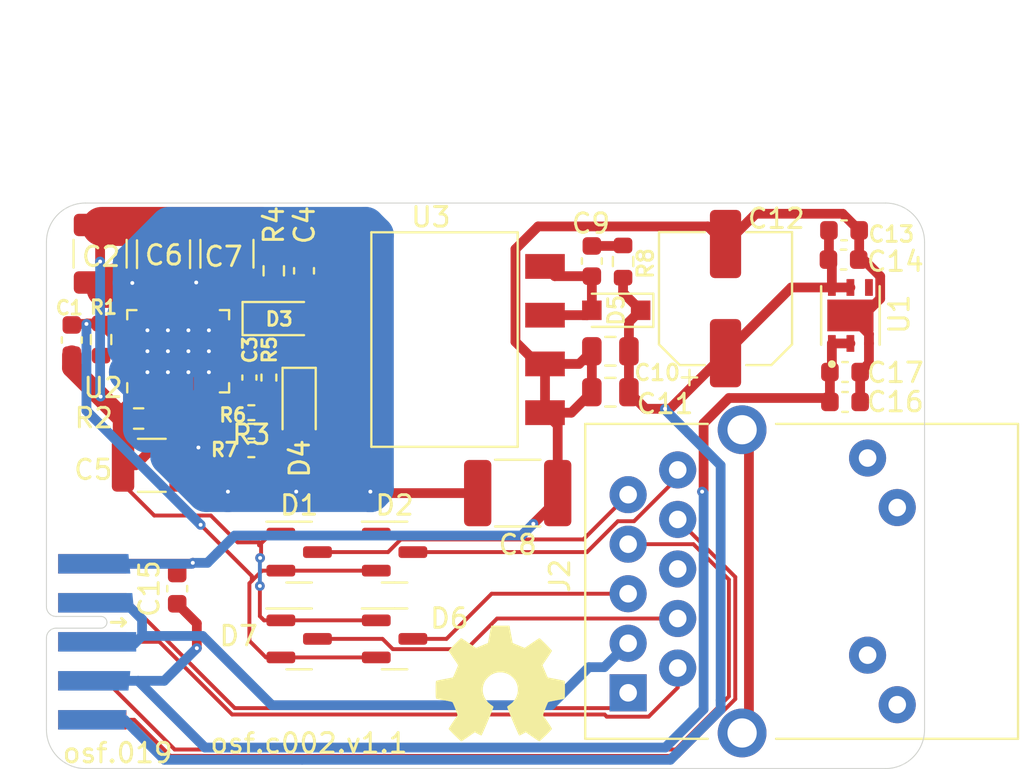
<source format=kicad_pcb>
(kicad_pcb (version 20221018) (generator pcbnew)
  (layers (0 "F.Cu" signal) (31 "B.Cu" signal) (34 "B.Paste" user) (35 "F.Paste" user) (36 "B.SilkS" user "B.Silkscreen") (37 "F.SilkS" user "F.Silkscreen") (38 "B.Mask" user) (39 "F.Mask" user) (44 "Edge.Cuts" user))
  (net 0 "")
  (net 1 "/Controller/PoE+")
  (net 2 "/Controller/PoE-")
  (net 3 "/Controller/GNDPWR")
  (net 4 "Net-(U2-VCC)")
  (net 5 "Net-(D3-K)")
  (net 6 "Net-(D5-A)")
  (net 7 "Net-(C9-Pad2)")
  (net 8 "/Controller/5V")
  (net 9 "GND")
  (net 10 "/magjack/CT1")
  (net 11 "/magjack/CT2")
  (net 12 "/magjack/CT3")
  (net 13 "/magjack/CT4")
  (net 14 "Net-(D3-A)")
  (net 15 "Net-(D4-K)")
  (net 16 "Net-(D4-A)")
  (net 17 "/ldo/3.3v")
  (net 18 "Net-(U2-CLASS)")
  (net 19 "Net-(U2-DET)")
  (net 20 "Net-(U2-ILIM)")
  (net 21 "/magjack/TX+")
  (net 22 "/magjack/TX-")
  (net 23 "/magjack/RX+")
  (net 24 "/magjack/RX-")
  (net 25 "/magjack/CT")
  (net 26 "/magjack/LED_1_A")
  (net 27 "/magjack/LED_1_C")
  (net 28 "/magjack/LED_2_A")
  (net 29 "/magjack/LED_2_C")
  (net 30 "/magjack/SH")
  (net 31 "Net-(U2-FB1)")
  (net 34 "/ldo/PG")
  (footprint "Package_TO_SOT_SMD:SOT-23" (layer "F.Cu") (at 157.84 91.9)
    (fp_text reference "D2")
    (fp_text value "BAV99")
  )
  (footprint "Package_TO_SOT_SMD:SOT-23" (layer "F.Cu") (at 157.84 96.35)
    (fp_text reference "D6")
    (fp_text value "BAV99")
  )
  (footprint "Capacitor_SMD:C_1210_3225Metric" (layer "F.Cu") (at 142.75 76.6 -90)
    (fp_text reference "C2")
    (fp_text value "2.2uF")
  )
  (footprint "Diode_SMD:D_SOD-323_HandSoldering" (layer "F.Cu") (at 169.2 79.5 180)
    (fp_text reference "D5")
    (fp_text value "CUS15S30,H3F")
  )
  (footprint "Capacitor_SMD:C_0603_1608Metric" (layer "F.Cu") (at 153.2 77.475 90)
    (fp_text reference "C4")
    (fp_text value "10nF")
  )
  (footprint "Capacitor_SMD:C_0603_1608Metric" (layer "F.Cu") (at 180.925 82.665)
    (fp_text reference "C17")
    (fp_text value "1uF")
  )
  (footprint "Resistor_SMD:R_0603_1608Metric" (layer "F.Cu") (at 142.8 81 90)
    (fp_text reference "R1")
    (fp_text value "41.2R")
  )
  (footprint "on_edge:on_edge_2x05_device" (layer "F.Cu") (at 140 96.5 -90)
    (fp_text reference "J1")
    (fp_text value "019_100BASE-T_with_CT")
    (fp_line (start -4 0) (end -1.8 0) (stroke (width 0.05)) (layer "Edge.Cuts"))
    (fp_line (start -1.3 -2.8) (end -1.3 -0.5) (stroke (width 0.05)) (layer "Edge.Cuts"))
    (fp_line (start -0.7 -0.5) (end -0.7 -2.8) (stroke (width 0.05)) (layer "Edge.Cuts"))
    (fp_line (start -0.2 0) (end 4 0) (stroke (width 0.05)) (layer "Edge.Cuts"))
    (fp_arc (start -1.3 -2.8) (mid -1 -3.1) (end -0.7 -2.8) (stroke (width 0.05)) (layer "Edge.Cuts"))
    (fp_arc (start -1.3 -0.5) (mid -1.446447 -0.146447) (end -1.8 0) (stroke (width 0.05)) (layer "Edge.Cuts"))
    (fp_arc (start -0.2 0) (mid -0.553553 -0.146447) (end -0.7 -0.5) (stroke (width 0.05)) (layer "Edge.Cuts"))
  )
  (footprint "Diode_SMD:D_SOD-323_HandSoldering" (layer "F.Cu") (at 152.95 84.35 -90)
    (fp_text reference "D4")
    (fp_text value "1N4148")
  )
  (footprint "Capacitor_SMD:CP_Elec_6.3x5.9" (layer "F.Cu") (at 174.8 78.9 90)
    (fp_text reference "C12")
    (fp_text value "220uF")
  )
  (footprint "Symbol:OSHW-Symbol_6.7x6mm_SilkScreen" (layer "F.Cu") (at 163.25 98.65)
    (fp_text reference "LOGO1" hide)
    (fp_text value "Logo_Open_Hardware_Small" hide)
  )
  (footprint "Diode_SMD:D_SOD-323_HandSoldering" (layer "F.Cu") (at 151.95 79.925)
    (fp_text reference "D3")
    (fp_text value "BAV21WS-HE3-18")
  )
  (footprint "Package_TO_SOT_SMD:SOT-23" (layer "F.Cu") (at 152.95 96.35)
    (fp_text reference "D7")
    (fp_text value "BAV99")
  )
  (footprint "Capacitor_SMD:C_0603_1608Metric" (layer "F.Cu") (at 180.875 75.4)
    (fp_text reference "C13")
    (fp_text value "1uF")
  )
  (footprint "Capacitor_SMD:C_0402_1005Metric" (layer "F.Cu") (at 150.4 82.95 -90)
    (fp_text reference "C3")
    (fp_text value "100nF")
  )
  (footprint "Capacitor_SMD:C_1210_3225Metric" (layer "F.Cu") (at 145.4 87.45)
    (fp_text reference "C5")
    (fp_text value "2.2uF")
  )
  (footprint "Resistor_SMD:R_0603_1608Metric" (layer "F.Cu") (at 169.55 77 -90)
    (fp_text reference "R8")
    (fp_text value "20R")
  )
  (footprint "Capacitor_SMD:C_0603_1608Metric" (layer "F.Cu") (at 180.85 76.9)
    (fp_text reference "C14")
    (fp_text value "10uF")
  )
  (footprint "Capacitor_SMD:C_1812_4532Metric" (layer "F.Cu") (at 164.15 88.875 180)
    (fp_text reference "C8")
    (fp_text value "1nF")
  )
  (footprint "b033:Transformer_Coilcraft_POE30P" (layer "F.Cu") (at 160.45 81)
    (fp_text reference "U3")
    (fp_text value "POE30P-50L")
  )
  (footprint "Resistor_SMD:R_0402_1005Metric" (layer "F.Cu") (at 150.5 86.65 180)
    (fp_text reference "R7")
    (fp_text value "100k")
  )
  (footprint "Capacitor_SMD:C_0603_1608Metric" (layer "F.Cu") (at 167.95 76.975 90)
    (fp_text reference "C9")
    (fp_text value "10n")
  )
  (footprint "Capacitor_SMD:C_0805_2012Metric" (layer "F.Cu") (at 168.9 83.7 180)
    (fp_text reference "C11")
    (fp_text value "22uF")
  )
  (footprint "Capacitor_SMD:C_1210_3225Metric" (layer "F.Cu") (at 149.25 76.6 -90)
    (fp_text reference "C7")
    (fp_text value "2.2uF")
  )
  (footprint "Resistor_SMD:R_0402_1005Metric" (layer "F.Cu") (at 150.5 85.7 180)
    (fp_text reference "R6")
    (fp_text value "20k")
  )
  (footprint "Package_DFN_QFN:QFN-28-1EP_4x5mm_P0.5mm_EP2.65x3.65mm_ThermalVias" (layer "F.Cu") (at 146.75 81.6 90)
    (fp_text reference "U2")
    (fp_text value "MP8007")
  )
  (footprint "Package_TO_SOT_SMD:SOT-23" (layer "F.Cu") (at 152.95 91.9)
    (fp_text reference "D1")
    (fp_text value "BAV99")
  )
  (footprint "Capacitor_SMD:C_0805_2012Metric" (layer "F.Cu") (at 168.9 81.6 180)
    (fp_text reference "C10")
    (fp_text value "22uF")
  )
  (footprint "Resistor_SMD:R_0603_1608Metric" (layer "F.Cu") (at 144.725 85.05)
    (fp_text reference "R2")
    (fp_text value "24.9k")
  )
  (footprint "Capacitor_SMD:C_0603_1608Metric" (layer "F.Cu") (at 146.7 93.775 90)
    (fp_text reference "C15")
    (fp_text value "10uF")
  )
  (footprint "b121:SON95P300X300X100-7N" (layer "F.Cu") (at 181.2 79.765 90)
    (fp_text reference "U1")
    (fp_text value "LD39200PU33R")
  )
  (footprint "b135:LPJ4265BDNL" (layer "F.Cu") (at 169.81 99.115 90)
    (fp_text reference "J2")
    (fp_text value "LPJ4265BDNL" hide)
  )
  (footprint "Capacitor_SMD:C_1210_3225Metric" (layer "F.Cu") (at 146 76.625 -90)
    (fp_text reference "C6")
    (fp_text value "2.2uF")
  )
  (footprint "Resistor_SMD:R_0402_1005Metric" (layer "F.Cu") (at 151.4 82.95 90)
    (fp_text reference "R5")
    (fp_text value "5k")
  )
  (footprint "Resistor_SMD:R_0603_1608Metric" (layer "F.Cu") (at 151.65 77.475 90)
    (fp_text reference "R4")
    (fp_text value "10k")
  )
  (footprint "Capacitor_SMD:C_0603_1608Metric" (layer "F.Cu") (at 180.925 84.2)
    (fp_text reference "C16")
    (fp_text value "10uF")
  )
  (footprint "Capacitor_SMD:C_0603_1608Metric" (layer "F.Cu") (at 141.3 81.025 90)
    (fp_text reference "C1")
    (fp_text value "100n")
  )
  (footprint "Resistor_SMD:R_0402_1005Metric" (layer "F.Cu") (at 150.5 84.75)
    (fp_text reference "R3")
    (fp_text value "100k")
  )
  (gr_line (start 140 101) (end 140 100.5) (stroke (width 0.05)) (layer "Edge.Cuts"))
  (gr_line (start 142 74) (end 183 74) (stroke (width 0.05)) (layer "Edge.Cuts"))
  (gr_arc (start 185 101) (mid 184.414214 102.414214) (end 183 103) (stroke (width 0.05)) (layer "Edge.Cuts"))
  (gr_line (start 183 103) (end 142 103) (stroke (width 0.05)) (layer "Edge.Cuts"))
  (gr_arc (start 183 74) (mid 184.414214 74.585786) (end 185 76) (stroke (width 0.05)) (layer "Edge.Cuts"))
  (gr_arc (start 142 103) (mid 140.585786 102.414214) (end 140 101) (stroke (width 0.05)) (layer "Edge.Cuts"))
  (gr_line (start 185 101) (end 185 76) (stroke (width 0.05)) (layer "Edge.Cuts"))
  (gr_line (start 140 92.5) (end 140 76) (stroke (width 0.05)) (layer "Edge.Cuts"))
  (gr_arc (start 140 76) (mid 140.585786 74.585786) (end 142 74) (stroke (width 0.05)) (layer "Edge.Cuts"))
  (gr_text "osf.c002.v1.1" (at 153.45 101.7) (layer "F.SilkS") (effects (font (size 1 1))))
  (gr_text "osf.019" (at 143.65 102.2) (layer "F.SilkS") (effects (font (size 1 1))))
  (segment (start 150.936937 95.186937) (end 150.936937 93.636937) (width 0.2) (layer "F.Cu") (net 1))
  (segment (start 143.925 88.425) (end 145.523 90.023) (width 0.2) (layer "F.Cu") (net 1))
  (segment (start 145.523 90.023) (end 148.423 90.023) (width 0.2) (layer "F.Cu") (net 1))
  (segment (start 144.563288 87.45) (end 146.75 85.263288) (width 0.5) (layer "F.Cu") (net 1))
  (segment (start 142.75 75.125) (end 142.75 77) (width 0.5) (layer "F.Cu") (net 1))
  (segment (start 143.925 87.45) (end 144.563288 87.45) (width 0.5) (layer "F.Cu") (net 1))
  (segment (start 143.9 87.425) (end 143.925 87.45) (width 1) (layer "F.Cu") (net 1))
  (segment (start 141.3 82.45) (end 143.9 85.05) (width 1) (layer "F.Cu") (net 1))
  (segment (start 146.75 85.263288) (end 146.75 83.45) (width 0.5) (layer "F.Cu") (net 1))
  (segment (start 143.925 87.45) (end 143.925 88.425) (width 0.2) (layer "F.Cu") (net 1))
  (segment (start 151.05 95.3) (end 150.936937 95.186937) (width 0.2) (layer "F.Cu") (net 1))
  (segment (start 151 92.15) (end 151 91.45) (width 0.2) (layer "F.Cu") (net 1))
  (segment (start 141.3 81.8) (end 141.3 82.45) (width 1) (layer "F.Cu") (net 1))
  (segment (start 150.9 91.4) (end 150.9 91.55) (width 0.2) (layer "F.Cu") (net 1))
  (segment (start 152.4 76.65) (end 150.95 75.2) (width 2) (layer "F.Cu") (net 1))
  (segment (start 141.3 82.45) (end 142.775 83.925) (width 0.5) (layer "F.Cu") (net 1))
  (segment (start 151.5 90.95) (end 152.0125 90.95) (width 0.2) (layer "F.Cu") (net 1))
  (segment (start 155.35 77.25) (end 154.75 76.65) (width 2) (layer "F.Cu") (net 1))
  (segment (start 150.95 75.2) (end 142.825 75.2) (width 2) (layer "F.Cu") (net 1))
  (segment (start 149.8 91.4) (end 150.9 91.4) (width 0.2) (layer "F.Cu") (net 1))
  (segment (start 156.9025 95.4) (end 152.0125 95.4) (width 0.2) (layer "F.Cu") (net 1))
  (segment (start 151.15 95.4) (end 151.05 95.3) (width 0.2) (layer "F.Cu") (net 1))
  (segment (start 154.75 76.65) (end 152.4 76.65) (width 2) (layer "F.Cu") (net 1))
  (segment (start 152.0125 95.4) (end 151.15 95.4) (width 0.2) (layer "F.Cu") (net 1))
  (segment (start 156.9025 90.95) (end 152.0125 90.95) (width 0.2) (layer "F.Cu") (net 1))
  (segment (start 145.975 75.125) (end 146 75.15) (width 0.5) (layer "F.Cu") (net 1))
  (segment (start 153.15 76.65) (end 153.2 76.7) (width 0.5) (layer "F.Cu") (net 1))
  (segment (start 142.775 83.925) (end 143.9 85.05) (width 0.5) (layer "F.Cu") (net 1))
  (segment (start 150.9 91.55) (end 151.2 91.25) (width 0.2) (layer "F.Cu") (net 1))
  (segment (start 150.95 92.2) (end 151 92.15) (width 0.2) (layer "F.Cu") (net 1))
  (segment (start 148.423 90.023) (end 149.8 91.4) (width 0.2) (layer "F.Cu") (net 1))
  (segment (start 143.9 85.05) (end 143.9 84.55) (width 0.5) (layer "F.Cu") (net 1))
  (segment (start 151.2 91.25) (end 151.5 90.95) (width 0.2) (layer "F.Cu") (net 1))
  (segment (start 151 91.45) (end 151.2 91.25) (width 0.2) (layer "F.Cu") (net 1))
  (segment (start 143.9 84.55) (end 144.85 83.6) (width 0.5) (layer "F.Cu") (net 1))
  (segment (start 143.9 85.05) (end 143.9 87.425) (width 1) (layer "F.Cu") (net 1))
  (segment (start 150.125 75.125) (end 149.25 75.125) (width 0.5) (layer "F.Cu") (net 1))
  (via (at 142.775 83.925) (size 0.5) (drill 0.2) (layers "F.Cu" "B.Cu") (net 1))
  (via (at 142.75 77) (size 0.5) (drill 0.2) (layers "F.Cu" "B.Cu") (net 1))
  (via (at 150.95 92.2) (size 0.5) (drill 0.2) (layers "F.Cu" "B.Cu") (net 1))
  (via (at 150.936937 93.636937) (size 0.5) (drill 0.2) (layers "F.Cu" "B.Cu") (net 1))
  (segment (start 142.75 83.9) (end 142.775 83.925) (width 0.5) (layer "B.Cu") (net 1))
  (segment (start 150.936937 92.213063) (end 150.95 92.2) (width 0.2) (layer "B.Cu") (net 1))
  (segment (start 150.936937 93.636937) (end 150.936937 92.213063) (width 0.2) (layer "B.Cu") (net 1))
  (segment (start 142.75 77) (end 142.75 83.9) (width 0.5) (layer "B.Cu") (net 1))
  (segment (start 144.125 80.175) (end 144.3 80.35) (width 0.5) (layer "F.Cu") (net 2))
  (segment (start 150.4 93.5) (end 150.525 93.375) (width 0.2) (layer "F.Cu") (net 2))
  (segment (start 142.8 80.175) (end 143.973 81.348) (width 0.5) (layer "F.Cu") (net 2))
  (segment (start 142.05 80.2) (end 141.35 80.2) (width 0.5) (layer "F.Cu") (net 2))
  (segment (start 142.8 80.175) (end 143.475 80.175) (width 0.5) (layer "F.Cu") (net 2))
  (segment (start 141.35 80.2) (end 141.3 80.25) (width 0.5) (layer "F.Cu") (net 2))
  (segment (start 143.475 80.175) (end 144.15 80.85) (width 0.5) (layer "F.Cu") (net 2))
  (segment (start 142.8 80.175) (end 144.125 80.175) (width 0.5) (layer "F.Cu") (net 2))
  (segment (start 150.4 96.45) (end 150.4 93.5) (width 0.2) (layer "F.Cu") (net 2))
  (segment (start 150.525 93.375) (end 151.05 92.85) (width 0.2) (layer "F.Cu") (net 2))
  (segment (start 142.075 80.175) (end 142.05 80.2) (width 0.5) (layer "F.Cu") (net 2))
  (segment (start 151.25 97.3) (end 150.4 96.45) (width 0.2) (layer "F.Cu") (net 2))
  (segment (start 144.15 80.85) (end 144.3 80.85) (width 0.5) (layer "F.Cu") (net 2))
  (segment (start 152.0125 97.3) (end 151.25 97.3) (width 0.2) (layer "F.Cu") (net 2))
  (segment (start 156.9025 92.85) (end 152.0125 92.85) (width 0.2) (layer "F.Cu") (net 2))
  (segment (start 142.8 80.175) (end 142.075 80.175) (width 0.5) (layer "F.Cu") (net 2))
  (segment (start 147.9 90.5) (end 150.525 93.125) (width 0.2) (layer "F.Cu") (net 2))
  (segment (start 156.9025 97.3) (end 152.0125 97.3) (width 0.2) (layer "F.Cu") (net 2))
  (segment (start 150.525 93.125) (end 150.525 93.375) (width 0.2) (layer "F.Cu") (net 2))
  (segment (start 143.973 81.348) (end 144.3 81.348) (width 0.5) (layer "F.Cu") (net 2))
  (segment (start 151.05 92.85) (end 152.0125 92.85) (width 0.2) (layer "F.Cu") (net 2))
  (via (at 142.05 80.2) (size 0.5) (drill 0.2) (layers "F.Cu" "B.Cu") (net 2))
  (via (at 147.9 90.5) (size 0.5) (drill 0.2) (layers "F.Cu" "B.Cu") (net 2))
  (segment (start 147.9 90.5) (end 142.05 84.65) (width 0.5) (layer "B.Cu") (net 2))
  (segment (start 142.05 84.65) (end 142.05 80.2) (width 0.5) (layer "B.Cu") (net 2))
  (segment (start 147.75 80.05) (end 147.75 79.2) (width 0.5) (layer "F.Cu") (net 3))
  (segment (start 149.25 78.075) (end 143.622373 78.075) (width 2) (layer "F.Cu") (net 3))
  (segment (start 155.35 84.75) (end 154.957 84.357) (width 1) (layer "F.Cu") (net 3))
  (segment (start 151.01 84.75) (end 151.01 85.597554) (width 1) (layer "F.Cu") (net 3))
  (segment (start 147.5 82.9) (end 147.275 82.675) (width 0.2) (layer "F.Cu") (net 3))
  (segment (start 147.675 78.075) (end 146.025 78.075) (width 0.5) (layer "F.Cu") (net 3))
  (segment (start 148.5 82.85) (end 148.325 82.675) (width 0.2) (layer "F.Cu") (net 3))
  (segment (start 147.5 83.55) (end 147.5 82.9) (width 0.2) (layer "F.Cu") (net 3))
  (segment (start 144.4 78.1) (end 142.775 78.1) (width 0.5) (layer "F.Cu") (net 3))
  (segment (start 146.225 80.575) (end 145.75 80.1) (width 0.5) (layer "F.Cu") (net 3))
  (segment (start 143.320372 78.377) (end 143.052 78.377) (width 2) (layer "F.Cu") (net 3))
  (segment (start 149.652 82.852) (end 149.2 82.852) (width 0.5) (layer "F.Cu") (net 3))
  (segment (start 151.01 85.597554) (end 150.958777 85.648777) (width 1) (layer "F.Cu") (net 3))
  (segment (start 149.2 82.85) (end 148.5 82.85) (width 0.2) (layer "F.Cu") (net 3))
  (segment (start 151.01 85.7) (end 151.01 84.75) (width 0.5) (layer "F.Cu") (net 3))
  (segment (start 150.4 83.43) (end 150.4 83.709999) (width 0.5) (layer "F.Cu") (net 3))
  (segment (start 162.1 88.875) (end 148.3 88.875) (width 0.5) (layer "F.Cu") (net 3))
  (segment (start 147.6895 78.0895) (end 147.6895 78.9394) (width 1) (layer "F.Cu") (net 3))
  (segment (start 146 78.1) (end 144.4 78.1) (width 0.5) (layer "F.Cu") (net 3))
  (segment (start 150.4 83.709999) (end 151.01 84.319999) (width 0.5) (layer "F.Cu") (net 3))
  (segment (start 148.875 78.075) (end 149.25 78.075) (width 0.5) (layer "F.Cu") (net 3))
  (segment (start 146 78.1) (end 145.75 78.35) (width 1) (layer "F.Cu") (net 3))
  (segment (start 147.275 80.525) (end 147.75 80.05) (width 0.5) (layer "F.Cu") (net 3))
  (segment (start 150.4 83.43) (end 150.23 83.43) (width 0.5) (layer "F.Cu") (net 3))
  (segment (start 150.23 83.43) (end 149.652 82.852) (width 0.5) (layer "F.Cu") (net 3))
  (segment (start 146.025 78.075) (end 146 78.1) (width 0.5) (layer "F.Cu") (net 3))
  (segment (start 145.75 78.35) (end 145.75 79.2) (width 1) (layer "F.Cu") (net 3))
  (segment (start 154.957 84.357) (end 151.01 84.357) (width 1) (layer "F.Cu") (net 3))
  (segment (start 145.75 80.1) (end 145.75 79.2) (width 0.5) (layer "F.Cu") (net 3))
  (segment (start 147.75 79.2) (end 148.875 78.075) (width 0.5) (layer "F.Cu") (net 3))
  (segment (start 143.622373 78.075) (end 143.320372 78.377) (width 2) (layer "F.Cu") (net 3))
  (segment (start 147.675 78.075) (end 147.6895 78.0895) (width 1) (layer "F.Cu") (net 3))
  (segment (start 151.01 84.319999) (end 151.01 84.75) (width 0.5) (layer "F.Cu") (net 3))
  (segment (start 147.7875 86.5375) (end 146.875 87.45) (width 0.5) (layer "F.Cu") (net 3))
  (segment (start 146.225 81.6) (end 146.225 80.575) (width 0.5) (layer "F.Cu") (net 3))
  (segment (start 142.775 78.1) (end 142.75 78.075) (width 0.5) (layer "F.Cu") (net 3))
  (segment (start 149.25 78.075) (end 147.675 78.075) (width 0.5) (layer "F.Cu") (net 3))
  (segment (start 148.3 88.875) (end 146.875 87.45) (width 0.5) (layer "F.Cu") (net 3))
  (via (at 147.675 78.075) (size 0.5) (drill 0.2) (layers "F.Cu" "B.Cu") (net 3))
  (via (at 149.3 88.8) (size 0.5) (drill 0.2) (layers "F.Cu" "B.Cu") (net 3))
  (via (at 147.7875 86.5375) (size 0.5) (drill 0.2) (layers "F.Cu" "B.Cu") (net 3))
  (via (at 156.6 88.8) (size 0.5) (drill 0.2) (layers "F.Cu" "B.Cu") (net 3))
  (via (at 144.4 78.1) (size 0.5) (drill 0.2) (layers "F.Cu" "B.Cu") (net 3))
  (via (at 152.8 88.8) (size 0.5) (drill 0.2) (layers "F.Cu" "B.Cu") (net 3))
  (segment (start 146.9 76.7) (end 146.85 76.75) (width 2) (layer "B.Cu") (net 3))
  (segment (start 156.65 88.8) (end 156.6 88.8) (width 2) (layer "B.Cu") (net 3))
  (segment (start 151.95 79.7) (end 151.8 79.55) (width 2) (layer "B.Cu") (net 3))
  (segment (start 153.5 78.2) (end 153.5 85.35) (width 2) (layer "B.Cu") (net 3))
  (segment (start 146.323686 86.976314) (end 155.176314 86.976314) (width 2) (layer "B.Cu") (net 3))
  (segment (start 144.4 78.1) (end 149.85 78.1) (width 2) (layer "B.Cu") (net 3))
  (segment (start 148.55 79.7) (end 144.15 79.7) (width 2) (layer "B.Cu") (net 3))
  (segment (start 144.4 78.1) (end 144.4 79.25) (width 2) (layer "B.Cu") (net 3))
  (segment (start 152.841 88.841) (end 152.8 88.8) (width 2) (layer "B.Cu") (net 3))
  (segment (start 144.4 79.25) (end 146.75 81.6) (width 2) (layer "B.Cu") (net 3))
  (segment (start 152.759 88.841) (end 149.341 88.841) (width 2) (layer "B.Cu") (net 3))
  (segment (start 155.2 76.7) (end 146.9 76.7) (width 2) (layer "B.Cu") (net 3))
  (segment (start 156.6 88.85) (end 156.609 88.841) (width 2) (layer "B.Cu") (net 3))
  (segment (start 148.7125 86.5375) (end 150.45 84.8) (width 0.5) (layer "B.Cu") (net 3))
  (segment (start 149.85 78.1) (end 150.35 78.6) (width 2) (layer "B.Cu") (net 3))
  (segment (start 156.6 88.8) (end 156.6 88.85) (width 2) (layer "B.Cu") (net 3))
  (segment (start 156.609 88.841) (end 152.841 88.841) (width 2) (layer "B.Cu") (net 3))
  (segment (start 151.95 84.05) (end 151.95 79.7) (width 2) (layer "B.Cu") (net 3))
  (segment (start 149.259 88.841) (end 148.188372 88.841) (width 2) (layer "B.Cu") (net 3))
  (segment (start 146.225 80.525) (end 146.225 79.925) (width 0.5) (layer "B.Cu") (net 3))
  (segment (start 147.7875 86.5375) (end 148.7125 86.5375) (width 0.5) (layer "B.Cu") (net 3))
  (segment (start 144.202 82.675) (end 145.175 82.675) (width 2) (layer "B.Cu") (net 3))
  (segment (start 156.8 75.65) (end 156.8 88.65) (width 2) (layer "B.Cu") (net 3))
  (segment (start 144.923686 83.396686) (end 144.202 82.675) (width 2) (layer "B.Cu") (net 3))
  (segment (start 148.15 84.4) (end 148.55 84) (width 2) (layer "B.Cu") (net 3))
  (segment (start 149.3 88.8) (end 149.259 88.841) (width 2) (layer "B.Cu") (net 3))
  (segment (start 153.3 85.55) (end 150.55 85.55) (width 2) (layer "B.Cu") (net 3))
  (segment (start 148.15 85.55) (end 148.15 84.4) (width 2) (layer "B.Cu") (net 3))
  (segment (start 146.45 83.75) (end 146.45 85.7) (width 2) (layer "B.Cu") (net 3))
  (segment (start 148.3 78.2) (end 153.5 78.2) (width 2) (layer "B.Cu") (net 3))
  (segment (start 146.225 79.925) (end 144.4 78.1) (width 0.5) (layer "B.Cu") (net 3))
  (segment (start 150.35 78.6) (end 150.35 83.95) (width 2) (layer "B.Cu") (net 3))
  (segment (start 144.127 81.427) (end 146.45 83.75) (width 2) (layer "B.Cu") (net 3))
  (segment (start 155.25 87.05) (end 155.25 76.75) (width 2) (layer "B.Cu") (net 3))
  (segment (start 152.8 88.8) (end 152.759 88.841) (width 2) (layer "B.Cu") (net 3))
  (segment (start 154 84.8) (end 150.45 84.8) (width 0.5) (layer "B.Cu") (net 3))
  (segment (start 151.8 79.55) (end 149.3 79.55) (width 2) (layer "B.Cu") (net 3))
  (segment (start 150.45 84.8) (end 148.325 82.675) (width 0.5) (layer "B.Cu") (net 3))
  (segment (start 146.35 85.8) (end 145.147372 85.8) (width 2) (layer "B.Cu") (net 3))
  (segment (start 155.176314 86.976314) (end 155.25 87.05) (width 2) (layer "B.Cu") (net 3))
  (segment (start 145.147372 85.8) (end 144.923686 85.576314) (width 2) (layer "B.Cu") (net 3))
  (segment (start 149.341 88.841) (end 149.3 88.8) (width 2) (layer "B.Cu") (net 3))
  (segment (start 147.275 86.025) (end 147.7875 86.5375) (width 0.5) (layer "B.Cu") (net 3))
  (segment (start 147.275 78.475) (end 147.675 78.075) (width 0.5) (layer "B.Cu") (net 3))
  (segment (start 150.55 85.55) (end 150.55 85.45) (width 2) (layer "B.Cu") (net 3))
  (segment (start 156.8 88.65) (end 156.65 88.8) (width 2) (layer "B.Cu") (net 3))
  (segment (start 147.275 82.675) (end 147.275 86.025) (width 0.5) (layer "B.Cu") (net 3))
  (segment (start 146.45 85.7) (end 146.35 85.8) (width 2) (layer "B.Cu") (net 3))
  (segment (start 144.127 79.723) (end 144.127 81.427) (width 2) (layer "B.Cu") (net 3))
  (segment (start 150.55 85.45) (end 151.95 84.05) (width 2) (layer "B.Cu") (net 3))
  (segment (start 148.55 84) (end 148.55 79.7) (width 2) (layer "B.Cu") (net 3))
  (segment (start 144.4 77.1) (end 146.3 75.2) (width 2) (layer "B.Cu") (net 3))
  (segment (start 155.25 76.75) (end 155.2 76.7) (width 2) (layer "B.Cu") (net 3))
  (segment (start 153.5 85.35) (end 153.3 85.55) (width 2) (layer "B.Cu") (net 3))
  (segment (start 147.275 80.525) (end 147.275 78.475) (width 0.5) (layer "B.Cu") (net 3))
  (segment (start 149.3 79.55) (end 148.325 80.525) (width 2) (layer "B.Cu") (net 3))
  (segment (start 144.4 78.1) (end 144.4 77.1) (width 2) (layer "B.Cu") (net 3))
  (segment (start 144.15 79.7) (end 144.127 79.723) (width 2) (layer "B.Cu") (net 3))
  (segment (start 146.3 75.2) (end 156.35 75.2) (width 2) (layer "B.Cu") (net 3))
  (segment (start 148.75 85.55) (end 148.15 85.55) (width 2) (layer "B.Cu") (net 3))
  (segment (start 148.188372 88.841) (end 146.323686 86.976314) (width 2) (layer "B.Cu") (net 3))
  (segment (start 150.35 83.95) (end 148.75 85.55) (width 2) (layer "B.Cu") (net 3))
  (segment (start 144.923686 85.576314) (end 144.923686 83.396686) (width 2) (layer "B.Cu") (net 3))
  (segment (start 146.85 76.75) (end 148.3 78.2) (width 2) (layer "B.Cu") (net 3))
  (segment (start 156.35 75.2) (end 156.8 75.65) (width 2) (layer "B.Cu") (net 3))
  (segment (start 151.31 82.35) (end 151.4 82.44) (width 0.2) (layer "F.Cu") (net 4))
  (segment (start 149.2 82.35) (end 151.31 82.35) (width 0.2) (layer "F.Cu") (net 4))
  (segment (start 151.7 78.25) (end 151.65 78.3) (width 0.5) (layer "F.Cu") (net 5))
  (segment (start 151.65 78.3) (end 151.65 78.975) (width 0.5) (layer "F.Cu") (net 5))
  (segment (start 151.65 78.975) (end 150.7 79.925) (width 0.5) (layer "F.Cu") (net 5))
  (segment (start 153.2 78.25) (end 151.7 78.25) (width 0.5) (layer "F.Cu") (net 5))
  (segment (start 166.05 77.75) (end 165.55 77.25) (width 0.5) (layer "F.Cu") (net 6))
  (segment (start 167.7 79.75) (end 167.95 79.5) (width 0.5) (layer "F.Cu") (net 6))
  (segment (start 167.95 79.5) (end 167.95 77.75) (width 0.5) (layer "F.Cu") (net 6))
  (segment (start 167.95 77.75) (end 166.05 77.75) (width 0.5) (layer "F.Cu") (net 6))
  (segment (start 165.55 79.75) (end 167.7 79.75) (width 0.5) (layer "F.Cu") (net 6))
  (segment (start 169.525 76.2) (end 169.55 76.175) (width 0.5) (layer "F.Cu") (net 7))
  (segment (start 167.95 76.2) (end 169.525 76.2) (width 0.5) (layer "F.Cu") (net 7))
  (segment (start 170.7 84.55) (end 169.85 83.7) (width 0.5) (layer "F.Cu") (net 8))
  (segment (start 169.85 81.6) (end 169.85 80.1) (width 0.5) (layer "F.Cu") (net 8))
  (segment (start 180.1 76.875) (end 180.075 76.9) (width 0.5) (layer "F.Cu") (net 8))
  (segment (start 174.8 81.7) (end 178.17 78.33) (width 0.5) (layer "F.Cu") (net 8))
  (segment (start 180.25 77.075) (end 180.075 76.9) (width 0.5) (layer "F.Cu") (net 8))
  (segment (start 178.17 78.33) (end 180.25 78.33) (width 0.5) (layer "F.Cu") (net 8))
  (segment (start 171.7 84.55) (end 171.95 84.55) (width 0.5) (layer "F.Cu") (net 8))
  (segment (start 180.25 78.33) (end 180.25 77.075) (width 0.5) (layer "F.Cu") (net 8))
  (segment (start 169.55 78.6) (end 170.45 79.5) (width 0.5) (layer "F.Cu") (net 8))
  (segment (start 171.7 84.55) (end 170.7 84.55) (width 0.5) (layer "F.Cu") (net 8))
  (segment (start 181.2 78.33) (end 180.25 78.33) (width 0.5) (layer "F.Cu") (net 8))
  (segment (start 180.1 75.4) (end 180.1 76.875) (width 0.5) (layer "F.Cu") (net 8))
  (segment (start 169.85 80.1) (end 170.45 79.5) (width 0.5) (layer "F.Cu") (net 8))
  (segment (start 169.85 81.6) (end 169.85 83.7) (width 0.5) (layer "F.Cu") (net 8))
  (segment (start 171.95 84.55) (end 174.8 81.7) (width 0.5) (layer "F.Cu") (net 8))
  (segment (start 169.55 77.825) (end 169.55 78.6) (width 0.5) (layer "F.Cu") (net 8))
  (via (at 171.7 84.55) (size 0.5) (drill 0.2) (layers "F.Cu" "B.Cu") (net 8))
  (segment (start 172.9 85.8) (end 171.7 84.6) (width 0.5) (layer "B.Cu") (net 8))
  (segment (start 142.3 100.5) (end 144 100.5) (width 0.5) (layer "B.Cu") (net 8))
  (segment (start 144 100.5) (end 144.55 101.05) (width 0.5) (layer "B.Cu") (net 8))
  (segment (start 174.55 99.5) (end 174.55 87.45) (width 0.5) (layer "B.Cu") (net 8))
  (segment (start 144.55 101.05) (end 146.05 102.55) (width 0.5) (layer "B.Cu") (net 8))
  (segment (start 174.55 99.974074) (end 174.55 99.5) (width 0.5) (layer "B.Cu") (net 8))
  (segment (start 153.1 102.55) (end 171.974074 102.55) (width 0.5) (layer "B.Cu") (net 8))
  (segment (start 146.05 102.55) (end 153.1 102.55) (width 0.5) (layer "B.Cu") (net 8))
  (segment (start 171.7 84.6) (end 171.7 84.55) (width 0.5) (layer "B.Cu") (net 8))
  (segment (start 174.55 87.45) (end 172.9 85.8) (width 0.5) (layer "B.Cu") (net 8))
  (segment (start 171.974074 102.55) (end 174.55 99.974074) (width 0.5) (layer "B.Cu") (net 8))
  (segment (start 181.7 82.665) (end 182.15 82.215) (width 0.5) (layer "F.Cu") (net 9))
  (segment (start 166.2 88.875) (end 166.2 89.2) (width 0.5) (layer "F.Cu") (net 9))
  (segment (start 165.196 75.2) (end 173.9 75.2) (width 0.5) (layer "F.Cu") (net 9))
  (segment (start 166.2 85.4) (end 165.55 84.75) (width 0.5) (layer "F.Cu") (net 9))
  (segment (start 167.95 83.7) (end 167.95 81.6) (width 0.5) (layer "F.Cu") (net 9))
  (segment (start 182.727 78.904443) (end 181.866443 79.765) (width 0.5) (layer "F.Cu") (net 9))
  (segment (start 182.15 81.2) (end 182.15 80.715) (width 0.5) (layer "F.Cu") (net 9))
  (segment (start 165.55 82.25) (end 167.3 82.25) (width 0.5) (layer "F.Cu") (net 9))
  (segment (start 165.17 82.25) (end 164.035 81.115) (width 0.5) (layer "F.Cu") (net 9))
  (segment (start 182.15 82.215) (end 182.15 81.2) (width 0.5) (layer "F.Cu") (net 9))
  (segment (start 165.55 82.25) (end 165.17 82.25) (width 0.5) (layer "F.Cu") (net 9))
  (segment (start 165.55 84.75) (end 165.55 82.25) (width 0.5) (layer "F.Cu") (net 9))
  (segment (start 164.035 81.115) (end 164.035 76.361) (width 0.5) (layer "F.Cu") (net 9))
  (segment (start 182.15 80.715) (end 181.2 79.765) (width 0.5) (layer "F.Cu") (net 9))
  (segment (start 181.65 75.4) (end 181.65 76.875) (width 0.5) (layer "F.Cu") (net 9))
  (segment (start 166.9 84.75) (end 167.95 83.7) (width 0.5) (layer "F.Cu") (net 9))
  (segment (start 165.55 84.75) (end 166.9 84.75) (width 0.5) (layer "F.Cu") (net 9))
  (segment (start 164.035 76.361) (end 165.196 75.2) (width 0.5) (layer "F.Cu") (net 9))
  (segment (start 182.727 77.755557) (end 182.727 78.904443) (width 0.5) (layer "F.Cu") (net 9))
  (segment (start 181.866443 79.765) (end 181.2 79.765) (width 0.5) (layer "F.Cu") (net 9))
  (segment (start 181.7 84.2) (end 181.7 82.665) (width 0.5) (layer "F.Cu") (net 9))
  (segment (start 180.798 74.548) (end 176.352 74.548) (width 0.5) (layer "F.Cu") (net 9))
  (segment (start 142.35 92.5) (end 147.45 92.5) (width 0.5) (layer "F.Cu") (net 9))
  (segment (start 166.2 88.875) (end 166.2 85.4) (width 0.5) (layer "F.Cu") (net 9))
  (segment (start 176.352 74.548) (end 174.8 76.1) (width 0.5) (layer "F.Cu") (net 9))
  (segment (start 181.871443 76.9) (end 182.727 77.755557) (width 0.5) (layer "F.Cu") (net 9))
  (segment (start 173.9 75.2) (end 174.8 76.1) (width 0.5) (layer "F.Cu") (net 9))
  (segment (start 166.2 89.2) (end 164.95 90.45) (width 0.5) (layer "F.Cu") (net 9))
  (segment (start 167.3 82.25) (end 167.95 81.6) (width 0.5) (layer "F.Cu") (net 9))
  (segment (start 181.65 75.4) (end 180.798 74.548) (width 0.5) (layer "F.Cu") (net 9))
  (segment (start 181.65 76.875) (end 181.625 76.9) (width 0.5) (layer "F.Cu") (net 9))
  (segment (start 147.45 92.5) (end 147.5 92.45) (width 0.5) (layer "F.Cu") (net 9))
  (segment (start 181.625 76.9) (end 181.871443 76.9) (width 0.5) (layer "F.Cu") (net 9))
  (via (at 147.5 92.45) (size 0.5) (drill 0.2) (layers "F.Cu" "B.Cu") (net 9))
  (via (at 164.95 90.45) (size 0.5) (drill 0.2) (layers "F.Cu" "B.Cu") (net 9))
  (segment (start 164.35 91.05) (end 150.45 91.05) (width 0.5) (layer "B.Cu") (net 9))
  (segment (start 142.4 92.5) (end 147.45 92.5) (width 0.5) (layer "B.Cu") (net 9))
  (segment (start 150.45 91.05) (end 149.65 91.05) (width 0.5) (layer "B.Cu") (net 9))
  (segment (start 148.75 91.95) (end 148.25 92.45) (width 0.5) (layer "B.Cu") (net 9))
  (segment (start 148.25 92.45) (end 147.5 92.45) (width 0.5) (layer "B.Cu") (net 9))
  (segment (start 147.45 92.5) (end 147.5 92.45) (width 0.5) (layer "B.Cu") (net 9))
  (segment (start 164.95 90.45) (end 164.35 91.05) (width 0.5) (layer "B.Cu") (net 9))
  (segment (start 149.65 91.05) (end 148.75 91.95) (width 0.5) (layer "B.Cu") (net 9))
  (segment (start 153.8875 91.9) (end 157.506841 91.9) (width 0.2) (layer "F.Cu") (net 10))
  (segment (start 157.506841 91.9) (end 158.156841 91.25) (width 0.2) (layer "F.Cu") (net 10))
  (segment (start 167.515 91.25) (end 169.81 88.955) (width 0.2) (layer "F.Cu") (net 10))
  (segment (start 158.156841 91.25) (end 167.515 91.25) (width 0.2) (layer "F.Cu") (net 10))
  (segment (start 170.11153 90.318) (end 169.282 90.318) (width 0.2) (layer "F.Cu") (net 11))
  (segment (start 172.35 87.685) (end 172.35 88.07953) (width 0.2) (layer "F.Cu") (net 11))
  (segment (start 167.7 91.9) (end 158.7775 91.9) (width 0.2) (layer "F.Cu") (net 11))
  (segment (start 172.35 88.07953) (end 170.11153 90.318) (width 0.2) (layer "F.Cu") (net 11))
  (segment (start 169.282 90.318) (end 167.7 91.9) (width 0.2) (layer "F.Cu") (net 11))
  (segment (start 160.5 96.35) (end 158.7775 96.35) (width 0.2) (layer "F.Cu") (net 12))
  (segment (start 169.81 94.035) (end 162.815 94.035) (width 0.2) (layer "F.Cu") (net 12))
  (segment (start 162.815 94.035) (end 160.5 96.35) (width 0.2) (layer "F.Cu") (net 12))
  (segment (start 157.223159 96.35) (end 157.750159 96.877) (width 0.2) (layer "F.Cu") (net 13))
  (segment (start 161.523 96.877) (end 163.095 95.305) (width 0.2) (layer "F.Cu") (net 13))
  (segment (start 153.8875 96.35) (end 157.223159 96.35) (width 0.2) (layer "F.Cu") (net 13))
  (segment (start 163.095 95.305) (end 172.35 95.305) (width 0.2) (layer "F.Cu") (net 13))
  (segment (start 157.750159 96.877) (end 161.523 96.877) (width 0.2) (layer "F.Cu") (net 13))
  (segment (start 153.2 79.925) (end 152.725 79.925) (width 0.5) (layer "F.Cu") (net 14))
  (segment (start 153.2 79.925) (end 152.023 81.102) (width 1) (layer "F.Cu") (net 14))
  (segment (start 152.023 81.102) (end 149.8481 81.102) (width 1) (layer "F.Cu") (net 14))
  (segment (start 153.375 79.75) (end 153.2 79.925) (width 1) (layer "F.Cu") (net 14))
  (segment (start 155.35 79.75) (end 153.375 79.75) (width 1) (layer "F.Cu") (net 14))
  (segment (start 151.8 80.85) (end 151.6 81.05) (width 0.5) (layer "F.Cu") (net 14))
  (segment (start 152.725 79.925) (end 151.8 80.85) (width 0.5) (layer "F.Cu") (net 14))
  (segment (start 151.6 81.05) (end 149.2 81.05) (width 0.5) (layer "F.Cu") (net 14))
  (segment (start 152.95 83.1) (end 152.59 83.46) (width 0.2) (layer "F.Cu") (net 15))
  (segment (start 152.59 83.46) (end 151.4 83.46) (width 0.2) (layer "F.Cu") (net 15))
  (segment (start 156.592 83.492) (end 156.592 85.789688) (width 0.2) (layer "F.Cu") (net 16))
  (segment (start 151.01 86.625688) (end 152.035688 85.6) (width 0.2) (layer "F.Cu") (net 16))
  (segment (start 153.2 85.85) (end 152.95 85.6) (width 0.2) (layer "F.Cu") (net 16))
  (segment (start 156.592 85.789688) (end 156.531688 85.85) (width 0.2) (layer "F.Cu") (net 16))
  (segment (start 155.35 82.25) (end 156.592 83.492) (width 0.2) (layer "F.Cu") (net 16))
  (segment (start 151.01 86.65) (end 151.01 86.625688) (width 0.2) (layer "F.Cu") (net 16))
  (segment (start 156.531688 85.85) (end 153.2 85.85) (width 0.2) (layer "F.Cu") (net 16))
  (segment (start 152.035688 85.6) (end 152.95 85.6) (width 0.2) (layer "F.Cu") (net 16))
  (segment (start 147.706997 95.556997) (end 146.7 94.55) (width 0.5) (layer "F.Cu") (net 17))
  (segment (start 147.706997 96.8265) (end 147.706997 95.556997) (width 0.5) (layer "F.Cu") (net 17))
  (segment (start 180.15 82.665) (end 180.15 84.2) (width 0.5) (layer "F.Cu") (net 17))
  (segment (start 173.677 88.723) (end 173.6 88.8) (width 0.5) (layer "F.Cu") (net 17))
  (segment (start 180.25 81.2) (end 180.25 82.565) (width 0.5) (layer "F.Cu") (net 17))
  (segment (start 180.25 82.565) (end 180.15 82.665) (width 0.5) (layer "F.Cu") (net 17))
  (segment (start 181.2 81.2) (end 180.25 81.2) (width 0.5) (layer "F.Cu") (net 17))
  (segment (start 173.677 85.297074) (end 173.677 88.723) (width 0.5) (layer "F.Cu") (net 17))
  (segment (start 174.976074 83.998) (end 173.677 85.297074) (width 0.5) (layer "F.Cu") (net 17))
  (segment (start 179.948 83.998) (end 174.976074 83.998) (width 0.5) (layer "F.Cu") (net 17))
  (segment (start 180.15 84.2) (end 179.948 83.998) (width 0.5) (layer "F.Cu") (net 17))
  (via (at 173.6 88.8) (size 0.5) (drill 0.2) (layers "F.Cu" "B.Cu") (net 17))
  (via (at 147.706997 96.8265) (size 0.5) (drill 0.2) (layers "F.Cu" "B.Cu") (net 17))
  (segment (start 148.123 101.923) (end 144.7 98.5) (width 0.5) (layer "B.Cu") (net 17))
  (segment (start 144.7 98.5) (end 142.4 98.5) (width 0.5) (layer "B.Cu") (net 17))
  (segment (start 146.033497 98.5) (end 147.706997 96.8265) (width 0.5) (layer "B.Cu") (net 17))
  (segment (start 144.7 98.5) (end 146.033497 98.5) (width 0.5) (layer "B.Cu") (net 17))
  (segment (start 173.677 88.877) (end 173.677 99.960362) (width 0.5) (layer "B.Cu") (net 17))
  (segment (start 171.714362 101.923) (end 148.123 101.923) (width 0.5) (layer "B.Cu") (net 17))
  (segment (start 173.677 99.960362) (end 171.714362 101.923) (width 0.5) (layer "B.Cu") (net 17))
  (segment (start 173.6 88.8) (end 173.677 88.877) (width 0.5) (layer "B.Cu") (net 17))
  (segment (start 142.825 81.85) (end 142.8 81.825) (width 0.2) (layer "F.Cu") (net 18))
  (segment (start 144.3 81.85) (end 142.825 81.85) (width 0.2) (layer "F.Cu") (net 18))
  (segment (start 145.5 83.55) (end 145.5 85) (width 0.2) (layer "F.Cu") (net 19))
  (segment (start 145.5 85) (end 145.55 85.05) (width 0.2) (layer "F.Cu") (net 19))
  (segment (start 149.59 84.35) (end 149.99 84.75) (width 0.2) (layer "F.Cu") (net 20))
  (segment (start 148.5 83.55) (end 148.5 83.9) (width 0.2) (layer "F.Cu") (net 20))
  (segment (start 148.95 84.35) (end 149.59 84.35) (width 0.2) (layer "F.Cu") (net 20))
  (segment (start 148.5 83.9) (end 148.95 84.35) (width 0.2) (layer "F.Cu") (net 20))
  (segment (start 169.685 99.115) (end 168.9 99.9) (width 0.2) (layer "F.Cu") (net 21))
  (segment (start 168.9 99.9) (end 149.65 99.9) (width 0.2) (layer "F.Cu") (net 21))
  (segment (start 169.81 99.115) (end 169.685 99.115) (width 0.2) (layer "F.Cu") (net 21))
  (segment (start 149.65 99.9) (end 144.25 94.5) (width 0.2) (layer "F.Cu") (net 21))
  (segment (start 144.25 94.5) (end 142.35 94.5) (width 0.2) (layer "F.Cu") (net 21))
  (segment (start 168.602688 100.227) (end 168.715687 100.339999) (width 0.2) (layer "F.Cu") (net 22))
  (segment (start 145.787552 96.5) (end 149.514552 100.227) (width 0.2) (layer "F.Cu") (net 22))
  (segment (start 172.35 98.85) (end 172.35 97.845) (width 0.2) (layer "F.Cu") (net 22))
  (segment (start 149.514552 100.227) (end 168.602688 100.227) (width 0.2) (layer "F.Cu") (net 22))
  (segment (start 170.860001 100.339999) (end 172.35 98.85) (width 0.2) (layer "F.Cu") (net 22))
  (segment (start 168.715687 100.339999) (end 170.860001 100.339999) (width 0.2) (layer "F.Cu") (net 22))
  (segment (start 142.35 96.5) (end 145.787552 96.5) (width 0.2) (layer "F.Cu") (net 22))
  (segment (start 142.35 98.5) (end 143.05 98.5) (width 0.2) (layer "F.Cu") (net 23))
  (segment (start 174.973 93.310448) (end 173.157552 91.495) (width 0.2) (layer "F.Cu") (net 23))
  (segment (start 146.573 102.023) (end 172.250758 102.023) (width 0.2) (layer "F.Cu") (net 23))
  (segment (start 173.157552 91.495) (end 169.81 91.495) (width 0.2) (layer "F.Cu") (net 23))
  (segment (start 172.250758 102.023) (end 174.973 99.300758) (width 0.2) (layer "F.Cu") (net 23))
  (segment (start 174.973 99.300758) (end 174.973 93.310448) (width 0.2) (layer "F.Cu") (net 23))
  (segment (start 143.05 98.5) (end 146.573 102.023) (width 0.2) (layer "F.Cu") (net 23))
  (segment (start 142.35 100.5) (end 144.5 100.5) (width 0.2) (layer "F.Cu") (net 24))
  (segment (start 172.386206 102.35) (end 175.3 99.436206) (width 0.2) (layer "F.Cu") (net 24))
  (segment (start 175.3 93.175) (end 172.35 90.225) (width 0.2) (layer "F.Cu") (net 24))
  (segment (start 146.35 102.35) (end 172.386206 102.35) (width 0.2) (layer "F.Cu") (net 24))
  (segment (start 144.5 100.5) (end 146.35 102.35) (width 0.2) (layer "F.Cu") (net 24))
  (segment (start 175.3 99.436206) (end 175.3 93.175) (width 0.2) (layer "F.Cu") (net 24))
  (segment (start 144.9 95.35) (end 144.9 96.2) (width 0.5) (layer "B.Cu") (net 25))
  (segment (start 151.55 99.75) (end 165.85 99.75) (width 0.5) (layer "B.Cu") (net 25))
  (segment (start 168.585 97.8) (end 169.81 96.575) (width 0.5) (layer "B.Cu") (net 25))
  (segment (start 144.05 94.5) (end 144.9 95.35) (width 0.5) (layer "B.Cu") (net 25))
  (segment (start 167.8 97.8) (end 168.585 97.8) (width 0.5) (layer "B.Cu") (net 25))
  (segment (start 148 96.2) (end 151.55 99.75) (width 0.5) (layer "B.Cu") (net 25))
  (segment (start 144.9 96.2) (end 148 96.2) (width 0.5) (layer "B.Cu") (net 25))
  (segment (start 144.5 96.6) (end 142.7 96.6) (width 0.5) (layer "B.Cu") (net 25))
  (segment (start 142.1 94.5) (end 144.05 94.5) (width 0.5) (layer "B.Cu") (net 25))
  (segment (start 144.9 96.2) (end 144.5 96.6) (width 0.5) (layer "B.Cu") (net 25))
  (segment (start 142.7 96.6) (end 142.6 96.5) (width 0.5) (layer "B.Cu") (net 25))
  (segment (start 165.85 99.75) (end 167.8 97.8) (width 0.5) (layer "B.Cu") (net 25))
  (segment (start 175.65 85.625) (end 176 85.975) (width 0.5) (layer "F.Cu") (net 30))
  (segment (start 176 85.975) (end 176 100.825) (width 0.5) (layer "F.Cu") (net 30))
  (segment (start 176 100.825) (end 175.65 101.175) (width 0.5) (layer "F.Cu") (net 30))
  (segment (start 148 83.974999) (end 148.952001 84.927) (width 0.2) (layer "F.Cu") (net 31))
  (segment (start 148.952001 84.927) (end 149.217 84.927) (width 0.2) (layer "F.Cu") (net 31))
  (segment (start 148 83.55) (end 148 83.974999) (width 0.2) (layer "F.Cu") (net 31))
  (segment (start 149.99 85.7) (end 149.99 86.65) (width 0.2) (layer "F.Cu") (net 31))
  (segment (start 149.217 84.927) (end 149.99 85.7) (width 0.2) (layer "F.Cu") (net 31))
)
</source>
